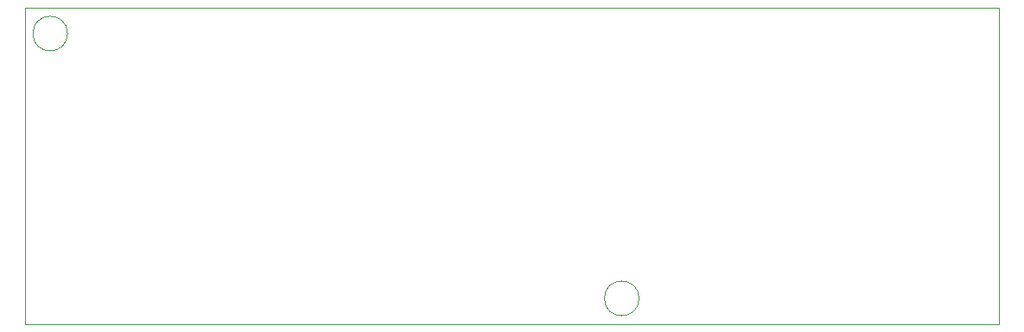
<source format=gm1>
G04 #@! TF.GenerationSoftware,KiCad,Pcbnew,8.0.9*
G04 #@! TF.CreationDate,2025-05-02T01:54:32-05:00*
G04 #@! TF.ProjectId,GSR sensor,47535220-7365-46e7-936f-722e6b696361,rev?*
G04 #@! TF.SameCoordinates,Original*
G04 #@! TF.FileFunction,Profile,NP*
%FSLAX46Y46*%
G04 Gerber Fmt 4.6, Leading zero omitted, Abs format (unit mm)*
G04 Created by KiCad (PCBNEW 8.0.9) date 2025-05-02 01:54:32*
%MOMM*%
%LPD*%
G01*
G04 APERTURE LIST*
G04 #@! TA.AperFunction,Profile*
%ADD10C,0.050000*%
G04 #@! TD*
G04 APERTURE END LIST*
D10*
X87200000Y-44000000D02*
G75*
G02*
X83800000Y-44000000I-1700000J0D01*
G01*
X83800000Y-44000000D02*
G75*
G02*
X87200000Y-44000000I1700000J0D01*
G01*
X143200000Y-70000000D02*
G75*
G02*
X139800000Y-70000000I-1700000J0D01*
G01*
X139800000Y-70000000D02*
G75*
G02*
X143200000Y-70000000I1700000J0D01*
G01*
X83000000Y-41500000D02*
X178500000Y-41500000D01*
X178500000Y-72500000D01*
X83000000Y-72500000D01*
X83000000Y-41500000D01*
M02*

</source>
